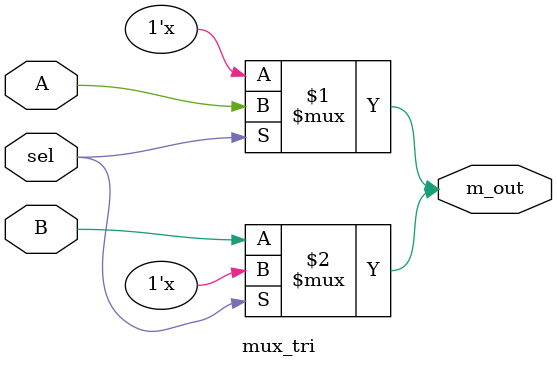
<source format=v>

module mux_tri(
    // OUTPUTS
    output tri m_out

    // INPUTS
    ,input A
    ,input B
    ,input sel
    );

    bufif1 (m_out, A, sel);
    bufif0 (m_out, B, sel);
endmodule

</source>
